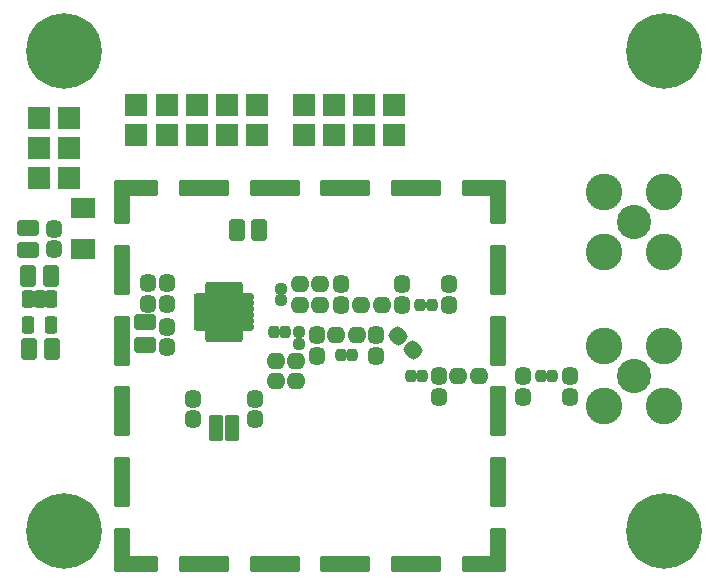
<source format=gbr>
%TF.GenerationSoftware,KiCad,Pcbnew,6.0.10+dfsg-1~bpo11+1*%
%TF.CreationDate,2023-02-03T00:16:52+00:00*%
%TF.ProjectId,ISM02A,49534d30-3241-42e6-9b69-6361645f7063,REV*%
%TF.SameCoordinates,Original*%
%TF.FileFunction,Soldermask,Bot*%
%TF.FilePolarity,Negative*%
%FSLAX46Y46*%
G04 Gerber Fmt 4.6, Leading zero omitted, Abs format (unit mm)*
G04 Created by KiCad (PCBNEW 6.0.10+dfsg-1~bpo11+1) date 2023-02-03 00:16:52*
%MOMM*%
%LPD*%
G01*
G04 APERTURE LIST*
G04 Aperture macros list*
%AMRoundRect*
0 Rectangle with rounded corners*
0 $1 Rounding radius*
0 $2 $3 $4 $5 $6 $7 $8 $9 X,Y pos of 4 corners*
0 Add a 4 corners polygon primitive as box body*
4,1,4,$2,$3,$4,$5,$6,$7,$8,$9,$2,$3,0*
0 Add four circle primitives for the rounded corners*
1,1,$1+$1,$2,$3*
1,1,$1+$1,$4,$5*
1,1,$1+$1,$6,$7*
1,1,$1+$1,$8,$9*
0 Add four rect primitives between the rounded corners*
20,1,$1+$1,$2,$3,$4,$5,0*
20,1,$1+$1,$4,$5,$6,$7,0*
20,1,$1+$1,$6,$7,$8,$9,0*
20,1,$1+$1,$8,$9,$2,$3,0*%
G04 Aperture macros list end*
%ADD10C,6.399998*%
%ADD11RoundRect,0.199999X0.762000X-0.762000X0.762000X0.762000X-0.762000X0.762000X-0.762000X-0.762000X0*%
%ADD12C,2.899998*%
%ADD13C,3.099998*%
%ADD14RoundRect,0.199999X-0.762000X-0.762000X0.762000X-0.762000X0.762000X0.762000X-0.762000X0.762000X0*%
%ADD15RoundRect,0.437499X0.237500X-0.287500X0.237500X0.287500X-0.237500X0.287500X-0.237500X-0.287500X0*%
%ADD16RoundRect,0.437499X0.287500X0.237500X-0.287500X0.237500X-0.287500X-0.237500X0.287500X-0.237500X0*%
%ADD17RoundRect,0.437499X-0.237500X0.287500X-0.237500X-0.287500X0.237500X-0.287500X0.237500X0.287500X0*%
%ADD18RoundRect,0.437499X-0.287500X-0.237500X0.287500X-0.237500X0.287500X0.237500X-0.287500X0.237500X0*%
%ADD19RoundRect,0.199999X0.425000X-0.375000X0.425000X0.375000X-0.425000X0.375000X-0.425000X-0.375000X0*%
%ADD20RoundRect,0.262499X0.062500X-0.350000X0.062500X0.350000X-0.062500X0.350000X-0.062500X-0.350000X0*%
%ADD21RoundRect,0.262499X0.350000X-0.062500X0.350000X0.062500X-0.350000X0.062500X-0.350000X-0.062500X0*%
%ADD22RoundRect,0.449999X1.050000X-1.050000X1.050000X1.050000X-1.050000X1.050000X-1.050000X-1.050000X0*%
%ADD23RoundRect,0.199999X-0.444500X-0.698500X0.444500X-0.698500X0.444500X0.698500X-0.444500X0.698500X0*%
%ADD24RoundRect,0.347499X-0.172500X0.147500X-0.172500X-0.147500X0.172500X-0.147500X0.172500X0.147500X0*%
%ADD25RoundRect,0.347499X-0.147500X-0.172500X0.147500X-0.172500X0.147500X0.172500X-0.147500X0.172500X0*%
%ADD26RoundRect,0.199999X0.698500X-0.444500X0.698500X0.444500X-0.698500X0.444500X-0.698500X-0.444500X0*%
%ADD27RoundRect,0.347499X0.172500X-0.147500X0.172500X0.147500X-0.172500X0.147500X-0.172500X-0.147500X0*%
%ADD28RoundRect,0.437499X0.371231X-0.035355X-0.035355X0.371231X-0.371231X0.035355X0.035355X-0.371231X0*%
%ADD29RoundRect,0.199999X0.850000X-0.650000X0.850000X0.650000X-0.850000X0.650000X-0.850000X-0.650000X0*%
%ADD30RoundRect,0.199999X-0.325000X0.530000X-0.325000X-0.530000X0.325000X-0.530000X0.325000X0.530000X0*%
%ADD31RoundRect,0.199999X-1.900000X-0.500000X1.900000X-0.500000X1.900000X0.500000X-1.900000X0.500000X0*%
%ADD32RoundRect,0.199999X0.500000X-1.900000X0.500000X1.900000X-0.500000X1.900000X-0.500000X-1.900000X0*%
%ADD33RoundRect,0.199999X-0.500000X1.900000X-0.500000X-1.900000X0.500000X-1.900000X0.500000X1.900000X0*%
%ADD34RoundRect,0.199999X1.900000X0.500000X-1.900000X0.500000X-1.900000X-0.500000X1.900000X-0.500000X0*%
%ADD35RoundRect,0.199999X0.500000X-1.650000X0.500000X1.650000X-0.500000X1.650000X-0.500000X-1.650000X0*%
%ADD36RoundRect,0.199999X-1.150000X-0.500000X1.150000X-0.500000X1.150000X0.500000X-1.150000X0.500000X0*%
%ADD37RoundRect,0.199999X-0.500000X1.650000X-0.500000X-1.650000X0.500000X-1.650000X0.500000X1.650000X0*%
%ADD38RoundRect,0.199999X0.500000X-1.150000X0.500000X1.150000X-0.500000X1.150000X-0.500000X-1.150000X0*%
%ADD39RoundRect,0.199999X-0.500000X1.150000X-0.500000X-1.150000X0.500000X-1.150000X0.500000X1.150000X0*%
%ADD40RoundRect,0.199999X1.650000X0.500000X-1.650000X0.500000X-1.650000X-0.500000X1.650000X-0.500000X0*%
%ADD41RoundRect,0.199999X-1.650000X-0.500000X1.650000X-0.500000X1.650000X0.500000X-1.650000X0.500000X0*%
%ADD42RoundRect,0.199999X1.150000X0.500000X-1.150000X0.500000X-1.150000X-0.500000X1.150000X-0.500000X0*%
G04 APERTURE END LIST*
D10*
%TO.C,M2*%
X139700000Y-83820000D03*
%TD*%
%TO.C,M3*%
X190500000Y-124460000D03*
%TD*%
D11*
%TO.C,J5*%
X160000000Y-90870000D03*
X160000000Y-88330000D03*
%TD*%
%TO.C,J4*%
X165100000Y-90870000D03*
X165100000Y-88330000D03*
%TD*%
%TO.C,J3*%
X156000000Y-90870000D03*
X156000000Y-88330000D03*
%TD*%
D12*
%TO.C,J12*%
X187900000Y-111300000D03*
D13*
X190440000Y-108760000D03*
X190440000Y-113840000D03*
X185360000Y-113840000D03*
X185360000Y-108760000D03*
%TD*%
D11*
%TO.C,J10*%
X145800000Y-90870000D03*
X145800000Y-88330000D03*
%TD*%
%TO.C,J7*%
X167650000Y-90870000D03*
X167650000Y-88330000D03*
%TD*%
%TO.C,J9*%
X148350000Y-90870000D03*
X148350000Y-88330000D03*
%TD*%
%TO.C,J8*%
X150900000Y-90870000D03*
X150900000Y-88330000D03*
%TD*%
%TO.C,J11*%
X153450000Y-90870000D03*
X153450000Y-88330000D03*
%TD*%
%TO.C,J6*%
X162550000Y-90870000D03*
X162550000Y-88330000D03*
%TD*%
D10*
%TO.C,M1*%
X190500000Y-83820000D03*
%TD*%
D12*
%TO.C,J14*%
X187900000Y-98300000D03*
D13*
X185360000Y-95760000D03*
X185360000Y-100840000D03*
X190440000Y-100840000D03*
X190440000Y-95760000D03*
%TD*%
D14*
%TO.C,J1*%
X137530000Y-89460000D03*
X140070000Y-89460000D03*
X137530000Y-92000000D03*
X140070000Y-92000000D03*
X137530000Y-94540000D03*
X140070000Y-94540000D03*
%TD*%
D10*
%TO.C,M4*%
X139700000Y-124460000D03*
%TD*%
D15*
%TO.C,C19*%
X178500000Y-113075000D03*
X178500000Y-111325000D03*
%TD*%
D16*
%TO.C,C18*%
X166575000Y-105300000D03*
X164825000Y-105300000D03*
%TD*%
D15*
%TO.C,C12*%
X163100000Y-105275000D03*
X163100000Y-103525000D03*
%TD*%
%TO.C,C22*%
X182500000Y-113075000D03*
X182500000Y-111325000D03*
%TD*%
D17*
%TO.C,C20*%
X168300000Y-103525000D03*
X168300000Y-105275000D03*
%TD*%
%TO.C,C23*%
X172300000Y-103525000D03*
X172300000Y-105275000D03*
%TD*%
D15*
%TO.C,C4*%
X148400000Y-108875000D03*
X148400000Y-107125000D03*
%TD*%
%TO.C,C5*%
X146800000Y-105175000D03*
X146800000Y-103425000D03*
%TD*%
%TO.C,C1*%
X155800000Y-114975000D03*
X155800000Y-113225000D03*
%TD*%
%TO.C,C3*%
X150600000Y-114975000D03*
X150600000Y-113225000D03*
%TD*%
D16*
%TO.C,C10*%
X161375000Y-105300000D03*
X159625000Y-105300000D03*
%TD*%
D15*
%TO.C,C6*%
X148400000Y-105175000D03*
X148400000Y-103425000D03*
%TD*%
D18*
%TO.C,C8*%
X159625000Y-103500000D03*
X161375000Y-103500000D03*
%TD*%
D19*
%TO.C,Y1*%
X153875000Y-116225000D03*
X152525000Y-116225000D03*
X152525000Y-115175000D03*
X153875000Y-115175000D03*
%TD*%
D20*
%TO.C,U1*%
X154450000Y-107837500D03*
X153950000Y-107837500D03*
X153450000Y-107837500D03*
X152950000Y-107837500D03*
X152450000Y-107837500D03*
X151950000Y-107837500D03*
D21*
X151262500Y-107150000D03*
X151262500Y-106650000D03*
X151262500Y-106150000D03*
X151262500Y-105650000D03*
X151262500Y-105150000D03*
X151262500Y-104650000D03*
D20*
X151950000Y-103962500D03*
X152450000Y-103962500D03*
X152950000Y-103962500D03*
X153450000Y-103962500D03*
X153950000Y-103962500D03*
X154450000Y-103962500D03*
D21*
X155137500Y-104650000D03*
X155137500Y-105150000D03*
X155137500Y-105650000D03*
X155137500Y-106150000D03*
X155137500Y-106650000D03*
X155137500Y-107150000D03*
D22*
X153200000Y-105900000D03*
%TD*%
D23*
%TO.C,R1*%
X154301500Y-98904000D03*
X156206500Y-98904000D03*
%TD*%
D24*
%TO.C,L2*%
X158000000Y-103915000D03*
X158000000Y-104885000D03*
%TD*%
D25*
%TO.C,L7*%
X180015000Y-111300000D03*
X180985000Y-111300000D03*
%TD*%
D26*
%TO.C,L1*%
X146500000Y-108652500D03*
X146500000Y-106747500D03*
%TD*%
D25*
%TO.C,L8*%
X169815000Y-105300000D03*
X170785000Y-105300000D03*
%TD*%
D27*
%TO.C,L4*%
X159600000Y-108585000D03*
X159600000Y-107615000D03*
%TD*%
D25*
%TO.C,L6*%
X169015000Y-111300000D03*
X169985000Y-111300000D03*
%TD*%
%TO.C,L5*%
X163115000Y-109500000D03*
X164085000Y-109500000D03*
%TD*%
D16*
%TO.C,C13*%
X164475000Y-107800000D03*
X162725000Y-107800000D03*
%TD*%
D17*
%TO.C,C16*%
X171400000Y-111325000D03*
X171400000Y-113075000D03*
%TD*%
D16*
%TO.C,C17*%
X174775000Y-111300000D03*
X173025000Y-111300000D03*
%TD*%
D17*
%TO.C,C14*%
X166100000Y-107825000D03*
X166100000Y-109575000D03*
%TD*%
%TO.C,C11*%
X161100000Y-107825000D03*
X161100000Y-109575000D03*
%TD*%
D28*
%TO.C,C15*%
X169218718Y-109118718D03*
X167981282Y-107881282D03*
%TD*%
D16*
%TO.C,C9*%
X159350000Y-110000000D03*
X157600000Y-110000000D03*
%TD*%
%TO.C,C7*%
X159350000Y-111700000D03*
X157600000Y-111700000D03*
%TD*%
D25*
%TO.C,L3*%
X157415000Y-107600000D03*
X158385000Y-107600000D03*
%TD*%
D15*
%TO.C,C2*%
X138800000Y-100575000D03*
X138800000Y-98825000D03*
%TD*%
D29*
%TO.C,D1*%
X141300000Y-100550000D03*
X141300000Y-97050000D03*
%TD*%
D30*
%TO.C,U2*%
X136650000Y-104800000D03*
X137600000Y-104800000D03*
X138550000Y-104800000D03*
X138550000Y-107000000D03*
X136650000Y-107000000D03*
%TD*%
D23*
%TO.C,C24*%
X136747500Y-109000000D03*
X138652500Y-109000000D03*
%TD*%
%TO.C,C21*%
X136647500Y-102800000D03*
X138552500Y-102800000D03*
%TD*%
D31*
%TO.C,J16*%
X163500000Y-127200000D03*
D32*
X176400000Y-114300000D03*
D33*
X144600000Y-102300000D03*
D32*
X176400000Y-120300000D03*
D33*
X144600000Y-120300000D03*
D34*
X157500000Y-95400000D03*
D35*
X176400000Y-126050000D03*
D34*
X151500000Y-95400000D03*
D36*
X174750000Y-127200000D03*
D37*
X144600000Y-96550000D03*
D33*
X144600000Y-114300000D03*
D32*
X176400000Y-108300000D03*
D33*
X144600000Y-108300000D03*
D38*
X176400000Y-97050000D03*
D39*
X144600000Y-125550000D03*
D40*
X175250000Y-95400000D03*
D32*
X176400000Y-102300000D03*
D41*
X145750000Y-127200000D03*
D31*
X169500000Y-127200000D03*
D42*
X146250000Y-95400000D03*
D31*
X151500000Y-127200000D03*
X157500000Y-127200000D03*
D34*
X169500000Y-95400000D03*
X163500000Y-95400000D03*
%TD*%
D26*
%TO.C,C25*%
X136600000Y-100652500D03*
X136600000Y-98747500D03*
%TD*%
M02*

</source>
